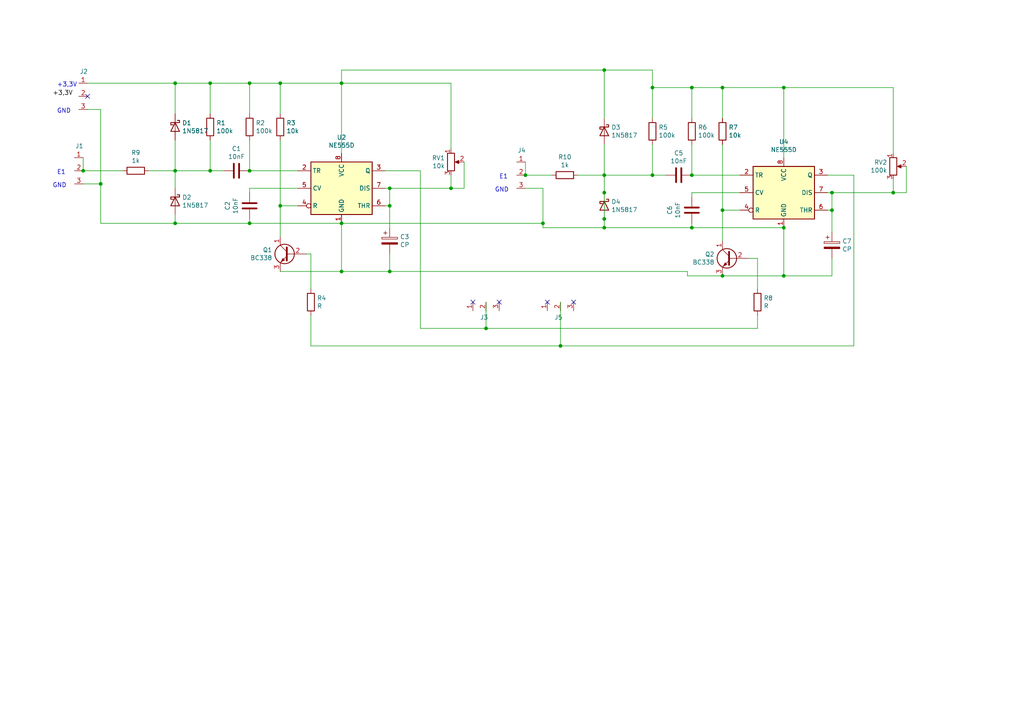
<source format=kicad_sch>
(kicad_sch (version 20230121) (generator eeschema)
  (paper "A4")
  (lib_symbols
    (symbol "!Goody:PL-Stecker_3pol_ohne_Beschriftung" (pin_names (offset 1.016))
      (property "Reference" "J" (at 0 0 0))
      (symbol "PL-Stecker_3pol_ohne_Beschriftung_1_1"
        (pin passive line (at -3.81 -2.54 270) (length 2.54) (name "~") (number "1"))
        (pin passive line (at 0 -2.54 270) (length 2.54) (name "~") (number "2"))
        (pin passive line (at 3.81 -2.54 270) (length 2.54) (name "~") (number "3"))
      )
    )
    (symbol "!Goody:R" (pin_numbers hide) (pin_names (offset 0))
      (property "Reference" "R" (at 2.032 0 90))
      (property "Value" "R" (at 0 0 90))
      (symbol "R_0_1"
        (rectangle (start -1.016 -2.54) (end 1.016 2.54) (stroke (width 0.254)))
      )
      (symbol "R_1_1"
        (pin passive line (at 0 3.81 270) (length 1.27) (name "~") (number "1"))
        (pin passive line (at 0 -3.81 90) (length 1.27) (name "~") (number "2"))
      )
    )
    (symbol "!Goody:Trimmer" (pin_names (offset 1.016) hide)
      (property "Reference" "RV" (at -4.445 0 90))
      (property "Value" "Trimmer" (at -2.54 0 90))
      (symbol "Trimmer_0_1"
        (polyline (pts (xy 2.54 0) (xy 1.524 0)))
        (polyline (pts (xy 1.143 0) (xy 2.286 0.508) (xy 2.286 -0.508) (xy 1.143 0)) (fill (type outline)))
        (rectangle (start 1.016 2.54) (end -1.016 -2.54) (stroke (width 0.254)))
      )
      (symbol "Trimmer_1_1"
        (pin passive line (at 0 3.81 270) (length 1.27) (name "1") (number "1"))
        (pin passive line (at 3.81 0 180) (length 1.27) (name "2") (number "2"))
        (pin passive line (at 0 -3.81 90) (length 1.27) (name "3") (number "3"))
      )
    )
    (symbol "Device:C" (pin_numbers hide) (pin_names (offset 0.254))
      (property "Reference" "C" (at 0.635 2.54 0))
      (property "Value" "C" (at 0.635 -2.54 0))
      (symbol "C_0_1"
        (polyline (pts (xy -2.032 -0.762) (xy 2.032 -0.762)) (stroke (width 0.508)))
        (polyline (pts (xy -2.032 0.762) (xy 2.032 0.762)) (stroke (width 0.508)))
      )
      (symbol "C_1_1"
        (pin passive line (at 0 3.81 270) (length 2.794) (name "~") (number "1"))
        (pin passive line (at 0 -3.81 90) (length 2.794) (name "~") (number "2"))
      )
    )
    (symbol "Device:R" (pin_numbers hide) (pin_names (offset 0))
      (property "Reference" "R" (at 2.032 0 90))
      (property "Value" "R" (at 0 0 90))
      (symbol "R_0_1"
        (rectangle (start -1.016 -2.54) (end 1.016 2.54) (stroke (width 0.254)))
      )
      (symbol "R_1_1"
        (pin passive line (at 0 3.81 270) (length 1.27) (name "~") (number "1"))
        (pin passive line (at 0 -3.81 90) (length 1.27) (name "~") (number "2"))
      )
    )
    (symbol "Diode:1N5817" (pin_numbers hide) (pin_names (offset 1.016) hide)
      (property "Reference" "D" (at 0 2.54 0))
      (property "Value" "1N5817" (at 0 -2.54 0))
      (symbol "1N5817_0_1"
        (polyline (pts (xy 1.27 0) (xy -1.27 0)))
        (polyline (pts (xy 1.27 1.27) (xy 1.27 -1.27) (xy -1.27 0) (xy 1.27 1.27)) (stroke (width 0.254)))
        (polyline (pts (xy -1.905 0.635) (xy -1.905 1.27) (xy -1.27 1.27) (xy -1.27 -1.27) (xy -0.635 -1.27) (xy -0.635 -0.635)) (stroke (width 0.254)))
      )
      (symbol "1N5817_1_1"
        (pin passive line (at -3.81 0 0) (length 2.54) (name "K") (number "1"))
        (pin passive line (at 3.81 0 180) (length 2.54) (name "A") (number "2"))
      )
    )
    (symbol "Richtungserkennung-rescue:CP-Device" (pin_numbers hide) (pin_names (offset 0.254))
      (property "Reference" "C" (at 0.635 2.54 0))
      (property "Value" "Device_CP" (at 0.635 -2.54 0))
      (symbol "CP-Device_0_1"
        (rectangle (start -2.286 0.508) (end 2.286 1.016))
        (polyline (pts (xy -1.778 2.286) (xy -0.762 2.286)))
        (polyline (pts (xy -1.27 2.794) (xy -1.27 1.778)))
        (rectangle (start 2.286 -0.508) (end -2.286 -1.016) (fill (type outline)))
      )
      (symbol "CP-Device_1_1"
        (pin passive line (at 0 3.81 270) (length 2.794) (name "~") (number "1"))
        (pin passive line (at 0 -3.81 90) (length 2.794) (name "~") (number "2"))
      )
    )
    (symbol "Timer:NE555D"
      (property "Reference" "U" (at -10.16 8.89 0))
      (property "Value" "NE555D" (at 2.54 8.89 0))
      (symbol "NE555D_0_0"
        (pin power_in line (at 0 -10.16 90) (length 2.54) (name "GND") (number "1"))
        (pin power_in line (at 0 10.16 270) (length 2.54) (name "VCC") (number "8"))
      )
      (symbol "NE555D_0_1"
        (rectangle (start -8.89 -7.62) (end 8.89 7.62) (stroke (width 0.254)) (fill (type background)))
        (rectangle (start -8.89 -7.62) (end 8.89 7.62) (stroke (width 0.254)) (fill (type background)))
      )
      (symbol "NE555D_1_1"
        (pin input line (at -12.7 5.08 0) (length 3.81) (name "TR") (number "2"))
        (pin output line (at 12.7 5.08 180) (length 3.81) (name "Q") (number "3"))
        (pin input inverted (at -12.7 -5.08 0) (length 3.81) (name "R") (number "4"))
        (pin input line (at -12.7 0 0) (length 3.81) (name "CV") (number "5"))
        (pin input line (at 12.7 -5.08 180) (length 3.81) (name "THR") (number "6"))
        (pin input line (at 12.7 0 180) (length 3.81) (name "DIS") (number "7"))
      )
    )
    (symbol "Transistor_BJT:BC338" (pin_names (offset 0) hide)
      (property "Reference" "Q" (at 5.08 1.905 0))
      (property "Value" "BC338" (at 5.08 0 0))
      (symbol "BC338_0_1"
        (polyline (pts (xy 0 0) (xy 0.635 0)))
        (polyline (pts (xy 0.635 0.635) (xy 2.54 2.54)))
        (polyline (pts (xy 0.635 -0.635) (xy 2.54 -2.54) (xy 2.54 -2.54)))
        (polyline (pts (xy 0.635 1.905) (xy 0.635 -1.905) (xy 0.635 -1.905)) (stroke (width 0.508)))
        (polyline (pts (xy 1.27 -1.778) (xy 1.778 -1.27) (xy 2.286 -2.286) (xy 1.27 -1.778) (xy 1.27 -1.778)) (fill (type outline)))
        (circle (center 1.27 0) (radius 2.8194) (stroke (width 0.254)))
      )
      (symbol "BC338_1_1"
        (pin passive line (at 2.54 5.08 270) (length 2.54) (name "C") (number "1"))
        (pin input line (at -5.08 0 0) (length 5.08) (name "B") (number "2"))
        (pin passive line (at 2.54 -5.08 90) (length 2.54) (name "E") (number "3"))
      )
    )
  )
  (junction (at 227.33 80.01))
  (junction (at 81.28 24.13))
  (junction (at 175.26 63.5))
  (junction (at 227.33 25.4))
  (junction (at 99.06 24.13))
  (junction (at 113.03 59.69))
  (junction (at 209.55 25.4))
  (junction (at 157.48 64.77))
  (junction (at 113.03 54.61))
  (junction (at 152.4 50.8))
  (junction (at 241.3 60.96))
  (junction (at 140.97 95.25))
  (junction (at 60.96 24.13))
  (junction (at 175.26 50.8))
  (junction (at 50.8 49.53))
  (junction (at 99.06 64.77))
  (junction (at 113.03 78.74))
  (junction (at 189.23 50.8))
  (junction (at 209.55 60.96))
  (junction (at 241.3 55.88))
  (junction (at 24.13 49.53))
  (junction (at 200.66 25.4))
  (junction (at 130.81 54.61))
  (junction (at 175.26 20.32))
  (junction (at 72.39 24.13))
  (junction (at 175.26 66.04))
  (junction (at 72.39 64.77))
  (junction (at 99.06 78.74))
  (junction (at 189.23 25.4))
  (junction (at 50.8 64.77))
  (junction (at 72.39 49.53))
  (junction (at 200.66 66.04))
  (junction (at 50.8 24.13))
  (junction (at 209.55 80.01))
  (junction (at 259.08 55.88))
  (junction (at 200.66 50.8))
  (junction (at 162.56 100.33))
  (junction (at 227.33 66.04))
  (junction (at 175.26 55.88))
  (junction (at 81.28 59.69))
  (junction (at 29.21 53.34))
  (junction (at 60.96 49.53))
  (no_connect (at 25.4 27.94))
  (no_connect (at 137.16 87.63))
  (no_connect (at 166.37 87.63))
  (no_connect (at 144.78 87.63))
  (no_connect (at 158.75 87.63))
  (wire (pts (xy 200.66 66.04) (xy 227.33 66.04)))
  (wire (pts (xy 24.13 45.72) (xy 24.13 49.53)))
  (wire (pts (xy 121.92 95.25) (xy 140.97 95.25)))
  (wire (pts (xy 130.81 54.61) (xy 130.81 50.8)))
  (wire (pts (xy 209.55 25.4) (xy 200.66 25.4)))
  (wire (pts (xy 99.06 64.77) (xy 157.48 64.77)))
  (wire (pts (xy 72.39 33.02) (xy 72.39 24.13)))
  (wire (pts (xy 162.56 100.33) (xy 247.65 100.33)))
  (wire (pts (xy 241.3 60.96) (xy 240.03 60.96)))
  (wire (pts (xy 50.8 33.02) (xy 50.8 24.13)))
  (wire (pts (xy 189.23 34.29) (xy 189.23 25.4)))
  (wire (pts (xy 99.06 20.32) (xy 175.26 20.32)))
  (wire (pts (xy 209.55 60.96) (xy 209.55 69.85)))
  (wire (pts (xy 60.96 40.64) (xy 60.96 49.53)))
  (wire (pts (xy 175.26 55.88) (xy 175.26 50.8)))
  (wire (pts (xy 60.96 33.02) (xy 60.96 24.13)))
  (wire (pts (xy 193.04 50.8) (xy 189.23 50.8)))
  (wire (pts (xy 259.08 55.88) (xy 259.08 52.07)))
  (wire (pts (xy 113.03 54.61) (xy 113.03 59.69)))
  (wire (pts (xy 72.39 49.53) (xy 72.39 40.64)))
  (wire (pts (xy 140.97 95.25) (xy 219.71 95.25)))
  (wire (pts (xy 113.03 73.66) (xy 113.03 78.74)))
  (wire (pts (xy 113.03 59.69) (xy 113.03 66.04)))
  (wire (pts (xy 259.08 44.45) (xy 259.08 25.4)))
  (wire (pts (xy 160.02 50.8) (xy 152.4 50.8)))
  (wire (pts (xy 175.26 63.5) (xy 175.26 66.04)))
  (wire (pts (xy 175.26 20.32) (xy 189.23 20.32)))
  (wire (pts (xy 35.56 49.53) (xy 24.13 49.53)))
  (wire (pts (xy 50.8 24.13) (xy 60.96 24.13)))
  (wire (pts (xy 72.39 54.61) (xy 72.39 55.88)))
  (wire (pts (xy 130.81 43.18) (xy 130.81 24.13)))
  (wire (pts (xy 113.03 78.74) (xy 199.39 78.74)))
  (wire (pts (xy 199.39 80.01) (xy 209.55 80.01)))
  (wire (pts (xy 90.17 100.33) (xy 162.56 100.33)))
  (wire (pts (xy 217.17 74.93) (xy 219.71 74.93)))
  (wire (pts (xy 90.17 73.66) (xy 88.9 73.66)))
  (wire (pts (xy 111.76 49.53) (xy 121.92 49.53)))
  (wire (pts (xy 241.3 55.88) (xy 259.08 55.88)))
  (wire (pts (xy 152.4 54.61) (xy 157.48 54.61)))
  (wire (pts (xy 214.63 55.88) (xy 200.66 55.88)))
  (wire (pts (xy 209.55 80.01) (xy 227.33 80.01)))
  (wire (pts (xy 134.62 46.99) (xy 134.62 54.61)))
  (wire (pts (xy 86.36 54.61) (xy 72.39 54.61)))
  (wire (pts (xy 200.66 25.4) (xy 189.23 25.4)))
  (wire (pts (xy 200.66 64.77) (xy 200.66 66.04)))
  (wire (pts (xy 60.96 49.53) (xy 50.8 49.53)))
  (wire (pts (xy 86.36 49.53) (xy 72.39 49.53)))
  (wire (pts (xy 86.36 59.69) (xy 81.28 59.69)))
  (wire (pts (xy 262.89 48.26) (xy 262.89 55.88)))
  (wire (pts (xy 247.65 50.8) (xy 247.65 100.33)))
  (wire (pts (xy 50.8 64.77) (xy 72.39 64.77)))
  (wire (pts (xy 50.8 40.64) (xy 50.8 49.53)))
  (wire (pts (xy 259.08 55.88) (xy 262.89 55.88)))
  (wire (pts (xy 240.03 55.88) (xy 241.3 55.88)))
  (wire (pts (xy 113.03 54.61) (xy 130.81 54.61)))
  (wire (pts (xy 209.55 34.29) (xy 209.55 25.4)))
  (wire (pts (xy 227.33 25.4) (xy 209.55 25.4)))
  (wire (pts (xy 50.8 49.53) (xy 50.8 54.61)))
  (wire (pts (xy 29.21 31.75) (xy 25.4 31.75)))
  (wire (pts (xy 200.66 34.29) (xy 200.66 25.4)))
  (wire (pts (xy 99.06 24.13) (xy 99.06 20.32)))
  (wire (pts (xy 175.26 66.04) (xy 200.66 66.04)))
  (wire (pts (xy 175.26 20.32) (xy 175.26 34.29)))
  (wire (pts (xy 199.39 78.74) (xy 199.39 80.01)))
  (wire (pts (xy 99.06 78.74) (xy 99.06 64.77)))
  (wire (pts (xy 227.33 66.04) (xy 227.33 80.01)))
  (wire (pts (xy 24.13 53.34) (xy 29.21 53.34)))
  (wire (pts (xy 227.33 45.72) (xy 227.33 25.4)))
  (wire (pts (xy 81.28 78.74) (xy 99.06 78.74)))
  (wire (pts (xy 29.21 64.77) (xy 29.21 53.34)))
  (wire (pts (xy 81.28 59.69) (xy 81.28 68.58)))
  (wire (pts (xy 219.71 95.25) (xy 219.71 91.44)))
  (wire (pts (xy 157.48 64.77) (xy 157.48 54.61)))
  (wire (pts (xy 175.26 41.91) (xy 175.26 50.8)))
  (wire (pts (xy 99.06 44.45) (xy 99.06 24.13)))
  (wire (pts (xy 157.48 66.04) (xy 157.48 64.77)))
  (wire (pts (xy 50.8 49.53) (xy 43.18 49.53)))
  (wire (pts (xy 175.26 50.8) (xy 167.64 50.8)))
  (wire (pts (xy 90.17 73.66) (xy 90.17 83.82)))
  (wire (pts (xy 189.23 41.91) (xy 189.23 50.8)))
  (wire (pts (xy 140.97 87.63) (xy 140.97 95.25)))
  (wire (pts (xy 29.21 64.77) (xy 50.8 64.77)))
  (wire (pts (xy 72.39 63.5) (xy 72.39 64.77)))
  (wire (pts (xy 50.8 62.23) (xy 50.8 64.77)))
  (wire (pts (xy 214.63 60.96) (xy 209.55 60.96)))
  (wire (pts (xy 259.08 25.4) (xy 227.33 25.4)))
  (wire (pts (xy 240.03 50.8) (xy 247.65 50.8)))
  (wire (pts (xy 81.28 40.64) (xy 81.28 59.69)))
  (wire (pts (xy 241.3 55.88) (xy 241.3 60.96)))
  (wire (pts (xy 241.3 74.93) (xy 241.3 80.01)))
  (wire (pts (xy 189.23 20.32) (xy 189.23 25.4)))
  (wire (pts (xy 214.63 50.8) (xy 200.66 50.8)))
  (wire (pts (xy 29.21 53.34) (xy 29.21 31.75)))
  (wire (pts (xy 81.28 24.13) (xy 72.39 24.13)))
  (wire (pts (xy 130.81 24.13) (xy 99.06 24.13)))
  (wire (pts (xy 200.66 55.88) (xy 200.66 57.15)))
  (wire (pts (xy 227.33 80.01) (xy 241.3 80.01)))
  (wire (pts (xy 152.4 46.99) (xy 152.4 50.8)))
  (wire (pts (xy 113.03 59.69) (xy 111.76 59.69)))
  (wire (pts (xy 162.56 87.63) (xy 162.56 100.33)))
  (wire (pts (xy 130.81 54.61) (xy 134.62 54.61)))
  (wire (pts (xy 200.66 50.8) (xy 200.66 41.91)))
  (wire (pts (xy 64.77 49.53) (xy 60.96 49.53)))
  (wire (pts (xy 99.06 64.77) (xy 72.39 64.77)))
  (wire (pts (xy 111.76 54.61) (xy 113.03 54.61)))
  (wire (pts (xy 25.4 24.13) (xy 50.8 24.13)))
  (wire (pts (xy 209.55 41.91) (xy 209.55 60.96)))
  (wire (pts (xy 99.06 78.74) (xy 113.03 78.74)))
  (wire (pts (xy 121.92 49.53) (xy 121.92 95.25)))
  (wire (pts (xy 99.06 24.13) (xy 81.28 24.13)))
  (wire (pts (xy 241.3 60.96) (xy 241.3 67.31)))
  (wire (pts (xy 189.23 50.8) (xy 175.26 50.8)))
  (wire (pts (xy 81.28 33.02) (xy 81.28 24.13)))
  (wire (pts (xy 90.17 100.33) (xy 90.17 91.44)))
  (wire (pts (xy 175.26 55.88) (xy 175.26 63.5)))
  (wire (pts (xy 157.48 66.04) (xy 175.26 66.04)))
  (wire (pts (xy 219.71 74.93) (xy 219.71 83.82)))
  (wire (pts (xy 72.39 24.13) (xy 60.96 24.13)))
  (text "GND" (at 143.51 55.88 0) (effects (font (size 1.27 1.27)) (justify left bottom)))
  (text "GND" (at 15.24 54.61 0) (effects (font (size 1.27 1.27)) (justify left bottom)))
  (text "E1" (at 16.51 50.8 0) (effects (font (size 1.27 1.27)) (justify left bottom)))
  (text "E1" (at 144.78 52.07 0) (effects (font (size 1.27 1.27)) (justify left bottom)))
  (text "+3,3V" (at 16.51 25.4 0) (effects (font (size 1.27 1.27)) (justify left bottom)))
  (text "GND" (at 16.51 33.02 0) (effects (font (size 1.27 1.27)) (justify left bottom)))
  (label "+3,3V" (at 15.24 27.94 0))
  (symbol (lib_id "Timer:NE555D") (at 99.06 54.61 0) (unit 1)
    (property "Reference" "U2" (at 99.06 39.8526 0))
    (property "Value" "NE555D" (at 99.06 42.164 0))
    (property "Footprint" "Package_DIP:DIP-8_W7.62mm" (effects hide))
    (property "Datasheet" "http://www.ti.com/lit/ds/symlink/ne555.pdf" (effects hide))
  )
  (symbol (lib_id "Device:C") (at 68.58 49.53 90) (unit 1)
    (property "Reference" "C1" (at 68.58 43.1292 90))
    (property "Value" "10nF" (at 68.58 45.4406 90))
    (property "Footprint" "Capacitor_THT:CP_Radial_D5.0mm_P2.00mm" (effects hide))
  )
  (symbol (lib_id "Device:R") (at 90.17 87.63 0) (unit 1)
    (property "Reference" "R4" (at 91.948 86.4616 0) (effects (justify left)))
    (property "Value" "R" (at 91.948 88.773 0) (effects (justify left)))
    (property "Footprint" "Resistor_THT:R_Axial_DIN0309_L9.0mm_D3.2mm_P12.70mm_Horizontal" (effects hide))
  )
  (symbol (lib_id "!Goody:PL-Stecker_3pol_ohne_Beschriftung") (at 27.94 27.94 270) (unit 1)
    (property "Reference" "J2" (at 24.3078 20.7518 90))
    (property "Value" "PL-Stecker_3pol_ohne_Beschriftung" (effects hide))
    (property "Footprint" "!Goody:PL-Stecker3pol" (effects hide))
  )
  (symbol (lib_id "Device:R") (at 72.39 36.83 0) (unit 1)
    (property "Reference" "R2" (at 74.168 35.6616 0) (effects (justify left)))
    (property "Value" "100k" (at 74.168 37.973 0) (effects (justify left)))
    (property "Footprint" "Resistor_THT:R_Axial_DIN0309_L9.0mm_D3.2mm_P12.70mm_Horizontal" (effects hide))
  )
  (symbol (lib_id "Device:R") (at 60.96 36.83 0) (unit 1)
    (property "Reference" "R1" (at 62.738 35.6616 0) (effects (justify left)))
    (property "Value" "100k" (at 62.738 37.973 0) (effects (justify left)))
    (property "Footprint" "Resistor_THT:R_Axial_DIN0309_L9.0mm_D3.2mm_P12.70mm_Horizontal" (effects hide))
  )
  (symbol (lib_id "!Goody:PL-Stecker_3pol_ohne_Beschriftung") (at 26.67 49.53 270) (unit 1)
    (property "Reference" "J1" (at 23.0378 42.3418 90))
    (property "Value" "PL-Stecker_3pol_ohne_Beschriftung" (effects hide))
    (property "Footprint" "!Goody:PL-Stecker3pol" (effects hide))
  )
  (symbol (lib_id "Device:R") (at 81.28 36.83 0) (unit 1)
    (property "Reference" "R3" (at 83.058 35.6616 0) (effects (justify left)))
    (property "Value" "10k" (at 83.058 37.973 0) (effects (justify left)))
    (property "Footprint" "Resistor_THT:R_Axial_DIN0309_L9.0mm_D3.2mm_P12.70mm_Horizontal" (effects hide))
  )
  (symbol (lib_id "Device:C") (at 72.39 59.69 180) (unit 1)
    (property "Reference" "C2" (at 65.9892 59.69 90))
    (property "Value" "10nF" (at 68.3006 59.69 90))
    (property "Footprint" "Capacitor_THT:CP_Radial_D5.0mm_P2.00mm" (effects hide))
  )
  (symbol (lib_id "!Goody:Trimmer") (at 130.81 46.99 0) (unit 1)
    (property "Reference" "RV1" (at 129.0574 45.8216 0) (effects (justify right)))
    (property "Value" "10k" (at 129.0574 48.133 0) (effects (justify right)))
    (property "Footprint" "Potentiometer_THT:Potentiometer_Piher_PT-6-H_Horizontal" (effects hide))
  )
  (symbol (lib_id "Richtungserkennung-rescue:CP-Device") (at 113.03 69.85 0) (unit 1)
    (property "Reference" "C3" (at 116.0272 68.6816 0) (effects (justify left)))
    (property "Value" "CP" (at 116.0272 70.993 0) (effects (justify left)))
    (property "Footprint" "Capacitor_THT:CP_Radial_D5.0mm_P2.00mm" (effects hide))
  )
  (symbol (lib_id "Timer:NE555D") (at 227.33 55.88 0) (unit 1)
    (property "Reference" "U4" (at 227.33 41.1226 0))
    (property "Value" "NE555D" (at 227.33 43.434 0))
    (property "Footprint" "Package_DIP:DIP-8_W7.62mm" (effects hide))
    (property "Datasheet" "http://www.ti.com/lit/ds/symlink/ne555.pdf" (effects hide))
  )
  (symbol (lib_id "Device:C") (at 196.85 50.8 90) (unit 1)
    (property "Reference" "C5" (at 196.85 44.3992 90))
    (property "Value" "10nF" (at 196.85 46.7106 90))
    (property "Footprint" "Capacitor_THT:CP_Radial_D5.0mm_P2.00mm" (effects hide))
  )
  (symbol (lib_id "Device:R") (at 200.66 38.1 0) (unit 1)
    (property "Reference" "R6" (at 202.438 36.9316 0) (effects (justify left)))
    (property "Value" "100k" (at 202.438 39.243 0) (effects (justify left)))
    (property "Footprint" "Resistor_THT:R_Axial_DIN0309_L9.0mm_D3.2mm_P12.70mm_Horizontal" (effects hide))
  )
  (symbol (lib_id "Device:R") (at 189.23 38.1 0) (unit 1)
    (property "Reference" "R5" (at 191.008 36.9316 0) (effects (justify left)))
    (property "Value" "100k" (at 191.008 39.243 0) (effects (justify left)))
    (property "Footprint" "Resistor_THT:R_Axial_DIN0309_L9.0mm_D3.2mm_P12.70mm_Horizontal" (effects hide))
  )
  (symbol (lib_id "!Goody:PL-Stecker_3pol_ohne_Beschriftung") (at 154.94 50.8 270) (unit 1)
    (property "Reference" "J4" (at 151.3078 43.6118 90))
    (property "Value" "PL-Stecker_3pol_ohne_Beschriftung" (effects hide))
    (property "Footprint" "!Goody:PL-Stecker3pol" (effects hide))
  )
  (symbol (lib_id "Device:R") (at 209.55 38.1 0) (unit 1)
    (property "Reference" "R7" (at 211.328 36.9316 0) (effects (justify left)))
    (property "Value" "10k" (at 211.328 39.243 0) (effects (justify left)))
    (property "Footprint" "Resistor_THT:R_Axial_DIN0309_L9.0mm_D3.2mm_P12.70mm_Horizontal" (effects hide))
  )
  (symbol (lib_id "Device:C") (at 200.66 60.96 180) (unit 1)
    (property "Reference" "C6" (at 194.2592 60.96 90))
    (property "Value" "10nF" (at 196.5706 60.96 90))
    (property "Footprint" "Capacitor_THT:CP_Radial_D5.0mm_P2.00mm" (effects hide))
  )
  (symbol (lib_id "!Goody:Trimmer") (at 259.08 48.26 0) (unit 1)
    (property "Reference" "RV2" (at 257.3274 47.0916 0) (effects (justify right)))
    (property "Value" "100k" (at 257.3274 49.403 0) (effects (justify right)))
    (property "Footprint" "Potentiometer_THT:Potentiometer_Piher_PT-6-H_Horizontal" (effects hide))
  )
  (symbol (lib_id "Richtungserkennung-rescue:CP-Device") (at 241.3 71.12 0) (unit 1)
    (property "Reference" "C7" (at 244.2972 69.9516 0) (effects (justify left)))
    (property "Value" "CP" (at 244.2972 72.263 0) (effects (justify left)))
    (property "Footprint" "Capacitor_THT:CP_Radial_D5.0mm_P2.00mm" (effects hide))
  )
  (symbol (lib_id "Device:R") (at 219.71 87.63 0) (unit 1)
    (property "Reference" "R8" (at 221.488 86.4616 0) (effects (justify left)))
    (property "Value" "R" (at 221.488 88.773 0) (effects (justify left)))
    (property "Footprint" "Resistor_THT:R_Axial_DIN0309_L9.0mm_D3.2mm_P12.70mm_Horizontal" (effects hide))
  )
  (symbol (lib_id "Diode:1N5817") (at 50.8 36.83 270) (unit 1)
    (property "Reference" "D1" (at 52.832 35.6616 90) (effects (justify left)))
    (property "Value" "1N5817" (at 52.832 37.973 90) (effects (justify left)))
    (property "Footprint" "Diode_THT:D_DO-41_SOD81_P10.16mm_Horizontal" (effects hide))
    (property "Datasheet" "http://www.vishay.com/docs/88525/1n5817.pdf" (effects hide))
  )
  (symbol (lib_id "Diode:1N5817") (at 50.8 58.42 270) (unit 1)
    (property "Reference" "D2" (at 52.832 57.2516 90) (effects (justify left)))
    (property "Value" "1N5817" (at 52.832 59.563 90) (effects (justify left)))
    (property "Footprint" "Diode_THT:D_DO-41_SOD81_P10.16mm_Horizontal" (effects hide))
    (property "Datasheet" "http://www.vishay.com/docs/88525/1n5817.pdf" (effects hide))
  )
  (symbol (lib_id "Diode:1N5817") (at 175.26 38.1 270) (unit 1)
    (property "Reference" "D3" (at 177.292 36.9316 90) (effects (justify left)))
    (property "Value" "1N5817" (at 177.292 39.243 90) (effects (justify left)))
    (property "Footprint" "Diode_THT:D_DO-41_SOD81_P10.16mm_Horizontal" (effects hide))
    (property "Datasheet" "http://www.vishay.com/docs/88525/1n5817.pdf" (effects hide))
  )
  (symbol (lib_id "Diode:1N5817") (at 175.26 59.69 270) (unit 1)
    (property "Reference" "D4" (at 177.292 58.5216 90) (effects (justify left)))
    (property "Value" "1N5817" (at 177.292 60.833 90) (effects (justify left)))
    (property "Footprint" "Diode_THT:D_DO-41_SOD81_P10.16mm_Horizontal" (effects hide))
    (property "Datasheet" "http://www.vishay.com/docs/88525/1n5817.pdf" (effects hide))
  )
  (symbol (lib_id "!Goody:R") (at 39.37 49.53 270) (unit 1)
    (property "Reference" "R9" (at 39.37 44.2722 90))
    (property "Value" "1k" (at 39.37 46.5836 90))
    (property "Footprint" "Resistor_THT:R_Axial_DIN0411_L9.9mm_D3.6mm_P12.70mm_Horizontal" (effects hide))
  )
  (symbol (lib_id "!Goody:R") (at 163.83 50.8 270) (unit 1)
    (property "Reference" "R10" (at 163.83 45.5422 90))
    (property "Value" "1k" (at 163.83 47.8536 90))
    (property "Footprint" "Resistor_THT:R_Axial_DIN0411_L9.9mm_D3.6mm_P12.70mm_Horizontal" (effects hide))
  )
  (symbol (lib_id "!Goody:PL-Stecker_3pol_ohne_Beschriftung") (at 140.97 85.09 0) (unit 1)
    (property "Reference" "J3" (at 140.4112 92.0496 0))
    (property "Value" "PL-Stecker_3pol_ohne_Beschriftung" (effects hide))
    (property "Footprint" "!Goody:PL-Stecker3pol" (effects hide))
  )
  (symbol (lib_id "!Goody:PL-Stecker_3pol_ohne_Beschriftung") (at 162.56 85.09 0) (unit 1)
    (property "Reference" "J5" (at 162.0012 92.0496 0))
    (property "Value" "PL-Stecker_3pol_ohne_Beschriftung" (effects hide))
    (property "Footprint" "!Goody:PL-Stecker3pol" (effects hide))
  )
  (symbol (lib_id "Transistor_BJT:BC338") (at 83.82 73.66 0) (mirror y) (unit 1)
    (property "Reference" "Q1" (at 78.9686 72.4916 0) (effects (justify left)))
    (property "Value" "BC338" (at 78.9686 74.803 0) (effects (justify left)))
    (property "Footprint" "Package_TO_SOT_THT:TO-92_Inline" (effects hide))
    (property "Datasheet" "http://diotec.com/tl_files/diotec/files/pdf/datasheets/bc337" (effects hide))
  )
  (symbol (lib_id "Transistor_BJT:BC338") (at 212.09 74.93 0) (mirror y) (unit 1)
    (property "Reference" "Q2" (at 207.2386 73.7616 0) (effects (justify left)))
    (property "Value" "BC338" (at 207.2386 76.073 0) (effects (justify left)))
    (property "Footprint" "Package_TO_SOT_THT:TO-92_Inline" (effects hide))
    (property "Datasheet" "http://diotec.com/tl_files/diotec/files/pdf/datasheets/bc337" (effects hide))
  )
)
</source>
